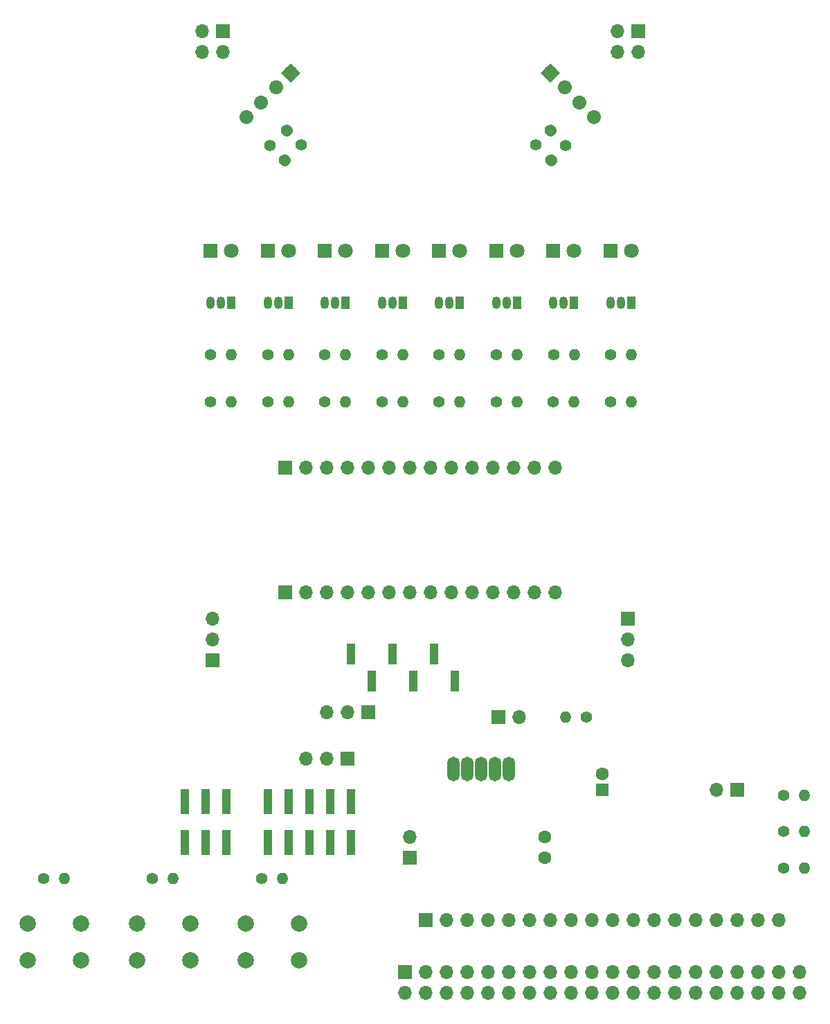
<source format=gbl>
G04 #@! TF.GenerationSoftware,KiCad,Pcbnew,5.1.2*
G04 #@! TF.CreationDate,2019-06-14T00:31:34-07:00*
G04 #@! TF.ProjectId,tinyfpga-raspi-romi-board,74696e79-6670-4676-912d-72617370692d,rev?*
G04 #@! TF.SameCoordinates,Original*
G04 #@! TF.FileFunction,Copper,L2,Bot*
G04 #@! TF.FilePolarity,Positive*
%FSLAX46Y46*%
G04 Gerber Fmt 4.6, Leading zero omitted, Abs format (unit mm)*
G04 Created by KiCad (PCBNEW 5.1.2) date 2019-06-14 00:31:34*
%MOMM*%
%LPD*%
G04 APERTURE LIST*
%ADD10R,1.800000X1.800000*%
%ADD11C,1.800000*%
%ADD12O,1.500000X3.000000*%
%ADD13R,1.600000X1.600000*%
%ADD14C,1.600000*%
%ADD15R,1.700000X1.700000*%
%ADD16O,1.700000X1.700000*%
%ADD17R,1.050000X1.500000*%
%ADD18O,1.050000X1.500000*%
%ADD19O,1.400000X1.400000*%
%ADD20C,1.400000*%
%ADD21C,1.400000*%
%ADD22C,2.000000*%
%ADD23R,1.000000X3.150000*%
%ADD24C,1.700000*%
%ADD25C,0.100000*%
%ADD26C,1.700000*%
%ADD27R,1.000000X2.510000*%
G04 APERTURE END LIST*
D10*
X127373380Y-56685180D03*
D11*
X129913380Y-56685180D03*
D12*
X108155000Y-120015000D03*
X109855000Y-120015000D03*
X111555000Y-120015000D03*
X113255000Y-120015000D03*
X114955000Y-120015000D03*
D13*
X126365000Y-122555000D03*
D14*
X126365000Y-120555000D03*
X119380000Y-130810000D03*
X119380000Y-128310000D03*
D11*
X122928380Y-56685180D03*
D10*
X120388380Y-56685180D03*
D11*
X115943380Y-56685180D03*
D10*
X113403380Y-56685180D03*
X106418380Y-56685180D03*
D11*
X108958380Y-56685180D03*
D10*
X92448380Y-56685180D03*
D11*
X94988380Y-56685180D03*
X88003380Y-56685180D03*
D10*
X85463380Y-56685180D03*
X99433380Y-56685180D03*
D11*
X101973380Y-56685180D03*
X81018380Y-56685180D03*
D10*
X78478380Y-56685180D03*
D15*
X87630000Y-83185000D03*
D16*
X90170000Y-83185000D03*
X92710000Y-83185000D03*
X95250000Y-83185000D03*
X97790000Y-83185000D03*
X100330000Y-83185000D03*
X102870000Y-83185000D03*
X105410000Y-83185000D03*
X107950000Y-83185000D03*
X110490000Y-83185000D03*
X113030000Y-83185000D03*
X115570000Y-83185000D03*
X118110000Y-83185000D03*
X120650000Y-83185000D03*
X120650000Y-98425000D03*
X118110000Y-98425000D03*
X115570000Y-98425000D03*
X113030000Y-98425000D03*
X110490000Y-98425000D03*
X107950000Y-98425000D03*
X105410000Y-98425000D03*
X102870000Y-98425000D03*
X100330000Y-98425000D03*
X97790000Y-98425000D03*
X95250000Y-98425000D03*
X92710000Y-98425000D03*
X90170000Y-98425000D03*
D15*
X87630000Y-98425000D03*
X102235000Y-144780000D03*
D16*
X102235000Y-147320000D03*
X104775000Y-144780000D03*
X104775000Y-147320000D03*
X107315000Y-144780000D03*
X107315000Y-147320000D03*
X109855000Y-144780000D03*
X109855000Y-147320000D03*
X112395000Y-144780000D03*
X112395000Y-147320000D03*
X114935000Y-144780000D03*
X114935000Y-147320000D03*
X117475000Y-144780000D03*
X117475000Y-147320000D03*
X120015000Y-144780000D03*
X120015000Y-147320000D03*
X122555000Y-144780000D03*
X122555000Y-147320000D03*
X125095000Y-144780000D03*
X125095000Y-147320000D03*
X127635000Y-144780000D03*
X127635000Y-147320000D03*
X130175000Y-144780000D03*
X130175000Y-147320000D03*
X132715000Y-144780000D03*
X132715000Y-147320000D03*
X135255000Y-144780000D03*
X135255000Y-147320000D03*
X137795000Y-144780000D03*
X137795000Y-147320000D03*
X140335000Y-144780000D03*
X140335000Y-147320000D03*
X142875000Y-144780000D03*
X142875000Y-147320000D03*
X145415000Y-144780000D03*
X145415000Y-147320000D03*
X147955000Y-144780000D03*
X147955000Y-147320000D03*
X150495000Y-144780000D03*
X150495000Y-147320000D03*
D15*
X78740000Y-106680000D03*
D16*
X78740000Y-104140000D03*
X78740000Y-101600000D03*
X129540000Y-106680000D03*
X129540000Y-104140000D03*
D15*
X129540000Y-101600000D03*
D16*
X92710000Y-113030000D03*
X95250000Y-113030000D03*
D15*
X97790000Y-113030000D03*
X95250000Y-118745000D03*
D16*
X92710000Y-118745000D03*
X90170000Y-118745000D03*
D17*
X129913380Y-63035180D03*
D18*
X127373380Y-63035180D03*
X128643380Y-63035180D03*
X121658380Y-63035180D03*
X120388380Y-63035180D03*
D17*
X122928380Y-63035180D03*
D18*
X114673380Y-63035180D03*
X113403380Y-63035180D03*
D17*
X115943380Y-63035180D03*
D18*
X107688380Y-63035180D03*
X106418380Y-63035180D03*
D17*
X108958380Y-63035180D03*
D18*
X93718380Y-63035180D03*
X92448380Y-63035180D03*
D17*
X94988380Y-63035180D03*
X88003380Y-63035180D03*
D18*
X85463380Y-63035180D03*
X86733380Y-63035180D03*
D17*
X101973380Y-63035180D03*
D18*
X99433380Y-63035180D03*
X100703380Y-63035180D03*
D17*
X81018380Y-63035180D03*
D18*
X78478380Y-63035180D03*
X79748380Y-63035180D03*
D19*
X151130000Y-132080000D03*
D20*
X148590000Y-132080000D03*
X148590000Y-127635000D03*
D19*
X151130000Y-127635000D03*
D20*
X127373380Y-69385180D03*
D19*
X129913380Y-69385180D03*
D20*
X124460000Y-113665000D03*
D19*
X121920000Y-113665000D03*
D20*
X120453379Y-69385180D03*
D19*
X122993379Y-69385180D03*
X129913380Y-75100180D03*
D20*
X127373380Y-75100180D03*
X120388380Y-75100180D03*
D19*
X122928380Y-75100180D03*
D20*
X113403380Y-69385180D03*
D19*
X115943380Y-69385180D03*
D20*
X120123949Y-45611051D03*
D21*
X120123949Y-45611051D02*
X120123949Y-45611051D01*
D20*
X121920000Y-43815000D03*
X87521051Y-45611051D03*
D21*
X87521051Y-45611051D02*
X87521051Y-45611051D01*
D20*
X85725000Y-43815000D03*
X106418380Y-69385180D03*
D19*
X108958380Y-69385180D03*
X115943380Y-75100180D03*
D20*
X113403380Y-75100180D03*
D19*
X108958380Y-75100180D03*
D20*
X106418380Y-75100180D03*
X92448380Y-69385180D03*
D19*
X94988380Y-69385180D03*
X88003380Y-75100180D03*
D20*
X85463380Y-75100180D03*
X92448380Y-75100180D03*
D19*
X94988380Y-75100180D03*
D20*
X85463380Y-69385180D03*
D19*
X88003380Y-69385180D03*
D20*
X99433380Y-69385180D03*
D19*
X101973380Y-69385180D03*
X81018380Y-75100180D03*
D20*
X78478380Y-75100180D03*
D19*
X101973380Y-75100180D03*
D20*
X99433380Y-75100180D03*
D19*
X81018380Y-69385180D03*
D20*
X78478380Y-69385180D03*
X148590000Y-123190000D03*
D19*
X151130000Y-123190000D03*
D20*
X118218949Y-43706051D03*
X120015000Y-41910000D03*
D21*
X120015000Y-41910000D02*
X120015000Y-41910000D01*
D20*
X87738949Y-41910000D03*
D21*
X87738949Y-41910000D02*
X87738949Y-41910000D01*
D20*
X89535000Y-43706051D03*
D19*
X87256620Y-133350000D03*
D20*
X84716620Y-133350000D03*
X58046620Y-133350000D03*
D19*
X60586620Y-133350000D03*
X73921620Y-133350000D03*
D20*
X71381620Y-133350000D03*
D22*
X89311620Y-138894820D03*
X89311620Y-143394820D03*
X82811620Y-138894820D03*
X82811620Y-143394820D03*
X56141620Y-143394820D03*
X56141620Y-138894820D03*
X62641620Y-143394820D03*
X62641620Y-138894820D03*
X75976620Y-138894820D03*
X75976620Y-143394820D03*
X69476620Y-138894820D03*
X69476620Y-143394820D03*
D15*
X142875000Y-122555000D03*
D16*
X140335000Y-122555000D03*
X102870000Y-128270000D03*
D15*
X102870000Y-130810000D03*
D23*
X95618300Y-128989060D03*
X95618300Y-123939060D03*
X93078300Y-128989060D03*
X93078300Y-123939060D03*
X90538300Y-128989060D03*
X90538300Y-123939060D03*
X87998300Y-128989060D03*
X87998300Y-123939060D03*
X85458300Y-128989060D03*
X85458300Y-123939060D03*
D16*
X77470000Y-32385000D03*
X80010000Y-32385000D03*
X77470000Y-29845000D03*
D15*
X80010000Y-29845000D03*
X130810000Y-29845000D03*
D16*
X128270000Y-29845000D03*
X130810000Y-32385000D03*
X128270000Y-32385000D03*
D24*
X120015000Y-34925000D03*
D25*
G36*
X120015000Y-36127082D02*
G01*
X118812918Y-34925000D01*
X120015000Y-33722918D01*
X121217082Y-34925000D01*
X120015000Y-36127082D01*
X120015000Y-36127082D01*
G37*
D24*
X121811051Y-36721051D03*
D26*
X121811051Y-36721051D02*
X121811051Y-36721051D01*
D24*
X123607102Y-38517102D03*
D26*
X123607102Y-38517102D02*
X123607102Y-38517102D01*
D24*
X125403154Y-40313154D03*
D26*
X125403154Y-40313154D02*
X125403154Y-40313154D01*
D15*
X104775000Y-138430000D03*
D16*
X107315000Y-138430000D03*
X109855000Y-138430000D03*
X112395000Y-138430000D03*
X114935000Y-138430000D03*
X117475000Y-138430000D03*
X120015000Y-138430000D03*
X122555000Y-138430000D03*
X125095000Y-138430000D03*
X127635000Y-138430000D03*
X130175000Y-138430000D03*
X132715000Y-138430000D03*
X135255000Y-138430000D03*
X137795000Y-138430000D03*
X140335000Y-138430000D03*
X142875000Y-138430000D03*
X145415000Y-138430000D03*
X147955000Y-138430000D03*
D15*
X113665000Y-113665000D03*
D16*
X116205000Y-113665000D03*
D27*
X95618300Y-105939400D03*
X100698300Y-105939400D03*
X105778300Y-105939400D03*
X98158300Y-109249400D03*
X103238300Y-109249400D03*
X108318300Y-109249400D03*
D23*
X80378300Y-128989060D03*
X80378300Y-123939060D03*
X77838300Y-128989060D03*
X77838300Y-123939060D03*
X75298300Y-128989060D03*
X75298300Y-123939060D03*
D24*
X88265000Y-34925000D03*
D25*
G36*
X87062918Y-34925000D02*
G01*
X88265000Y-33722918D01*
X89467082Y-34925000D01*
X88265000Y-36127082D01*
X87062918Y-34925000D01*
X87062918Y-34925000D01*
G37*
D24*
X86468949Y-36721051D03*
D26*
X86468949Y-36721051D02*
X86468949Y-36721051D01*
D24*
X84672898Y-38517102D03*
D26*
X84672898Y-38517102D02*
X84672898Y-38517102D01*
D24*
X82876846Y-40313154D03*
D26*
X82876846Y-40313154D02*
X82876846Y-40313154D01*
M02*

</source>
